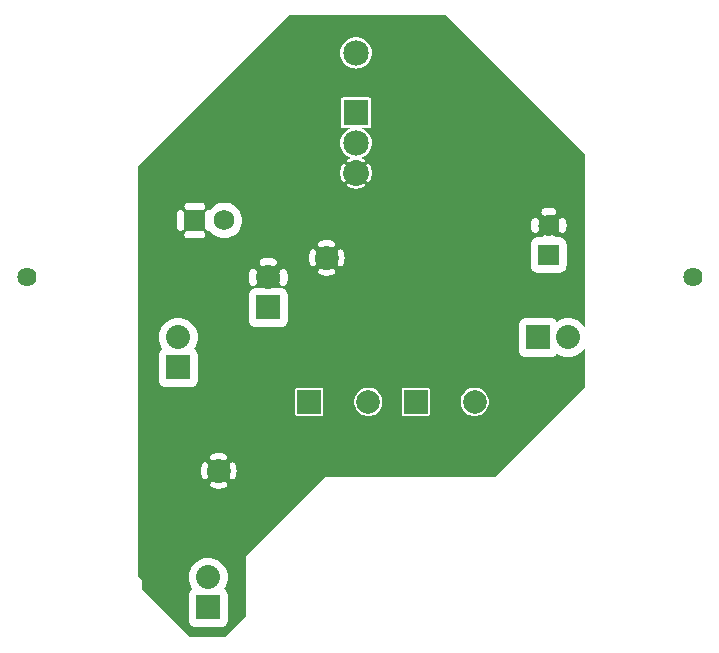
<source format=gbl>
G04 start of page 2 for group 10 layer_idx 1 *
G04 Title: (unknown), bottom_copper *
G04 Creator: pcb-rnd 2.3.2 *
G04 CreationDate: 2021-05-12 18:23:49 UTC *
G04 For:  *
G04 Format: Gerber/RS-274X *
G04 PCB-Dimensions: 500000 500000 *
G04 PCB-Coordinate-Origin: lower left *
%MOIN*%
%FSLAX25Y25*%
%LNBOTTOM_COPPER_NONE_10*%
%ADD34C,0.0430*%
%ADD33C,0.0276*%
%ADD32C,0.0295*%
%ADD31C,0.0394*%
%ADD30C,0.0315*%
%ADD29C,0.0850*%
%ADD28C,0.0689*%
%ADD27C,0.0787*%
%ADD26C,0.0800*%
%ADD25C,0.0640*%
%ADD24C,0.0001*%
G54D24*G36*
X199290Y342610D02*X199392Y342491D01*
X199511Y342389D01*
X199646Y342306D01*
X199791Y342246D01*
X199944Y342209D01*
X200101Y342197D01*
X200140Y342200D01*
X202241D01*
X201860Y342042D01*
X201156Y341611D01*
X200527Y341074D01*
X199991Y340445D01*
X199559Y339741D01*
X199261Y339023D01*
Y342657D01*
X199290Y342610D01*
G37*
G36*
X208398Y328282D02*X208464Y327912D01*
X208497Y327538D01*
Y327162D01*
X208464Y326788D01*
X208398Y326418D01*
X208335Y326189D01*
Y328512D01*
X208398Y328282D01*
G37*
G36*
X268902Y266000D02*X269000Y265992D01*
X269392Y266023D01*
X269392Y266023D01*
X269775Y266115D01*
X270138Y266266D01*
X270474Y266471D01*
X270773Y266727D01*
X271029Y267026D01*
X271157Y267235D01*
X271168Y267225D01*
X272040Y266691D01*
X272985Y266299D01*
X273980Y266060D01*
X275000Y265980D01*
X276020Y266060D01*
X277015Y266299D01*
X277960Y266691D01*
X278832Y267225D01*
X279610Y267890D01*
X280275Y268668D01*
X280500Y269035D01*
Y256000D01*
X268500Y244000D01*
Y266000D01*
X268902D01*
G37*
G36*
X280500Y333500D02*Y275965D01*
X280275Y276332D01*
X279610Y277110D01*
X278832Y277775D01*
X277960Y278309D01*
X277015Y278701D01*
X276020Y278940D01*
X275000Y279020D01*
X273980Y278940D01*
X273117Y278733D01*
Y294341D01*
X273419Y294526D01*
X273718Y294782D01*
X273974Y295081D01*
X274179Y295417D01*
X274330Y295780D01*
X274422Y296163D01*
X274453Y296555D01*
X274445Y296653D01*
Y303347D01*
X274453Y303445D01*
X274422Y303837D01*
X274422Y303837D01*
X274330Y304220D01*
X274179Y304583D01*
X273974Y304919D01*
X273718Y305218D01*
X273419Y305474D01*
X273117Y305659D01*
Y307416D01*
X273122Y307416D01*
X273317Y307444D01*
X273505Y307501D01*
X273682Y307588D01*
X273843Y307700D01*
X273985Y307837D01*
X274103Y307994D01*
X274195Y308168D01*
X274256Y308355D01*
X274384Y308943D01*
X274445Y309542D01*
Y310143D01*
X274384Y310742D01*
X274263Y311332D01*
X274200Y311519D01*
X274107Y311693D01*
X273988Y311851D01*
X273846Y311988D01*
X273684Y312101D01*
X273507Y312188D01*
X273318Y312246D01*
X273123Y312273D01*
X273117Y312273D01*
Y340883D01*
X280500Y333500D01*
G37*
G36*
X272985Y278701D02*X272040Y278309D01*
X271168Y277775D01*
X271157Y277765D01*
X271029Y277974D01*
X270773Y278273D01*
X270474Y278529D01*
X270138Y278734D01*
X269775Y278885D01*
X269392Y278977D01*
X269000Y279008D01*
X268902Y279000D01*
X268500D01*
Y294055D01*
X271847D01*
X271945Y294047D01*
X272337Y294078D01*
X272337Y294078D01*
X272720Y294170D01*
X273083Y294321D01*
X273117Y294341D01*
Y278733D01*
X272985Y278701D01*
G37*
G36*
X273117Y340883D02*Y312273D01*
X272925Y312270D01*
X272731Y312236D01*
X272544Y312171D01*
X272370Y312079D01*
X272212Y311960D01*
X272075Y311818D01*
X271961Y311656D01*
X271875Y311479D01*
X271817Y311290D01*
X271790Y311094D01*
X271793Y310897D01*
X271831Y310703D01*
X271905Y310363D01*
X271940Y310017D01*
Y309668D01*
X271905Y309322D01*
X271835Y308981D01*
X271797Y308788D01*
X271794Y308591D01*
X271821Y308396D01*
X271879Y308208D01*
X271965Y308031D01*
X272078Y307870D01*
X272215Y307729D01*
X272372Y307610D01*
X272546Y307518D01*
X272732Y307454D01*
X272926Y307420D01*
X273117Y307416D01*
Y305659D01*
X273083Y305679D01*
X272720Y305830D01*
X272337Y305922D01*
X271945Y305953D01*
X271847Y305945D01*
X270751D01*
X270736Y305973D01*
X270617Y306131D01*
X270475Y306268D01*
X270314Y306381D01*
X270136Y306468D01*
X269947Y306525D01*
X269752Y306553D01*
X269554Y306549D01*
X269361Y306511D01*
X269021Y306437D01*
X268674Y306402D01*
X268500D01*
Y313283D01*
X268674D01*
X269021Y313248D01*
X269362Y313178D01*
X269555Y313140D01*
X269751Y313137D01*
X269946Y313164D01*
X270134Y313222D01*
X270311Y313308D01*
X270472Y313421D01*
X270614Y313557D01*
X270732Y313715D01*
X270825Y313888D01*
X270889Y314074D01*
X270923Y314268D01*
X270926Y314465D01*
X270899Y314660D01*
X270841Y314848D01*
X270755Y315025D01*
X270642Y315186D01*
X270505Y315327D01*
X270348Y315446D01*
X270175Y315538D01*
X269988Y315598D01*
X269400Y315727D01*
X268801Y315787D01*
X268500D01*
Y345500D01*
X273117Y340883D01*
G37*
G36*
X268500Y266000D02*Y244000D01*
X263883Y239383D01*
Y266000D01*
X268500D01*
G37*
G36*
X263917Y294321D02*X264280Y294170D01*
X264663Y294078D01*
X265055Y294047D01*
X265153Y294055D01*
X268500D01*
Y279000D01*
X263883D01*
Y294341D01*
X263917Y294321D01*
G37*
G36*
X268500Y345500D02*Y315787D01*
X268199D01*
X267600Y315727D01*
X267011Y315606D01*
X266824Y315542D01*
X266649Y315449D01*
X266492Y315331D01*
X266354Y315189D01*
X266241Y315027D01*
X266155Y314849D01*
X266097Y314661D01*
X266069Y314465D01*
X266073Y314268D01*
X266107Y314073D01*
X266171Y313887D01*
X266264Y313712D01*
X266383Y313554D01*
X266525Y313417D01*
X266686Y313304D01*
X266864Y313217D01*
X267053Y313160D01*
X267248Y313132D01*
X267446Y313136D01*
X267639Y313174D01*
X267979Y313248D01*
X268326Y313283D01*
X268500D01*
Y306402D01*
X268326D01*
X267979Y306437D01*
X267638Y306507D01*
X267445Y306545D01*
X267249Y306548D01*
X267054Y306521D01*
X266866Y306464D01*
X266689Y306377D01*
X266528Y306264D01*
X266386Y306128D01*
X266268Y305970D01*
X266254Y305945D01*
X265153D01*
X265055Y305953D01*
X264663Y305922D01*
X264663Y305922D01*
X264280Y305830D01*
X263917Y305679D01*
X263883Y305659D01*
Y307412D01*
X264075Y307415D01*
X264269Y307450D01*
X264456Y307514D01*
X264630Y307606D01*
X264788Y307725D01*
X264925Y307867D01*
X265039Y308029D01*
X265125Y308206D01*
X265183Y308395D01*
X265210Y308591D01*
X265207Y308788D01*
X265169Y308982D01*
X265095Y309322D01*
X265060Y309668D01*
Y310017D01*
X265095Y310363D01*
X265165Y310704D01*
X265203Y310897D01*
X265206Y311094D01*
X265179Y311289D01*
X265121Y311477D01*
X265035Y311654D01*
X264922Y311815D01*
X264785Y311956D01*
X264628Y312075D01*
X264454Y312167D01*
X264268Y312231D01*
X264074Y312265D01*
X263883Y312269D01*
Y350117D01*
X268500Y345500D01*
G37*
G36*
X263883Y350117D02*Y312269D01*
X263878Y312269D01*
X263683Y312241D01*
X263495Y312184D01*
X263318Y312098D01*
X263157Y311985D01*
X263015Y311848D01*
X262897Y311691D01*
X262805Y311517D01*
X262744Y311330D01*
X262616Y310742D01*
X262555Y310143D01*
Y309542D01*
X262616Y308943D01*
X262737Y308353D01*
X262800Y308166D01*
X262893Y307992D01*
X263012Y307834D01*
X263154Y307697D01*
X263316Y307584D01*
X263493Y307497D01*
X263682Y307439D01*
X263877Y307412D01*
X263883Y307412D01*
Y305659D01*
X263581Y305474D01*
X263282Y305218D01*
X263026Y304919D01*
X262821Y304583D01*
X262670Y304220D01*
X262578Y303837D01*
X262547Y303445D01*
X262555Y303347D01*
Y296653D01*
X262547Y296555D01*
X262578Y296163D01*
X262578Y296163D01*
X262670Y295780D01*
X262821Y295417D01*
X263026Y295081D01*
X263282Y294782D01*
X263581Y294526D01*
X263883Y294341D01*
Y279000D01*
X261098D01*
X261000Y279008D01*
X260608Y278977D01*
X260608Y278977D01*
X260225Y278885D01*
X259862Y278734D01*
X259526Y278529D01*
X259227Y278273D01*
X258971Y277974D01*
X258766Y277638D01*
X258615Y277275D01*
X258523Y276892D01*
X258492Y276500D01*
X258500Y276402D01*
Y268598D01*
X258492Y268500D01*
X258523Y268108D01*
X258523Y268108D01*
X258615Y267725D01*
X258766Y267362D01*
X258971Y267026D01*
X259227Y266727D01*
X259526Y266471D01*
X259862Y266266D01*
X260225Y266115D01*
X260608Y266023D01*
X261000Y265992D01*
X261098Y266000D01*
X263883D01*
Y239383D01*
X250500Y226000D01*
X243835D01*
Y246262D01*
X243843Y246261D01*
X244584Y246319D01*
X245307Y246493D01*
X245994Y246778D01*
X246628Y247166D01*
X247193Y247649D01*
X247676Y248214D01*
X248065Y248849D01*
X248350Y249536D01*
X248523Y250259D01*
X248567Y251000D01*
X248523Y251741D01*
X248350Y252464D01*
X248065Y253151D01*
X247676Y253786D01*
X247193Y254351D01*
X246628Y254834D01*
X245994Y255222D01*
X245307Y255507D01*
X244584Y255681D01*
X243843Y255739D01*
X243835Y255738D01*
Y370165D01*
X263883Y350117D01*
G37*
G36*
X234000Y380000D02*X243835Y370165D01*
Y255738D01*
X243101Y255681D01*
X242378Y255507D01*
X241691Y255222D01*
X241057Y254834D01*
X240492Y254351D01*
X240009Y253786D01*
X239620Y253151D01*
X239335Y252464D01*
X239162Y251741D01*
X239104Y251000D01*
X239162Y250259D01*
X239335Y249536D01*
X239620Y248849D01*
X240009Y248214D01*
X240492Y247649D01*
X241057Y247166D01*
X241691Y246778D01*
X242378Y246493D01*
X243101Y246319D01*
X243835Y246262D01*
Y226000D01*
X224157D01*
Y246276D01*
X228064D01*
X228094Y246273D01*
X228218Y246283D01*
X228218Y246283D01*
X228339Y246312D01*
X228453Y246359D01*
X228559Y246424D01*
X228653Y246504D01*
X228733Y246599D01*
X228798Y246704D01*
X228846Y246819D01*
X228875Y246939D01*
X228884Y247063D01*
X228882Y247094D01*
Y254906D01*
X228884Y254937D01*
X228875Y255060D01*
X228875Y255061D01*
X228846Y255181D01*
X228798Y255296D01*
X228733Y255401D01*
X228653Y255496D01*
X228559Y255576D01*
X228453Y255641D01*
X228339Y255688D01*
X228218Y255717D01*
X228094Y255727D01*
X228064Y255724D01*
X224157D01*
Y380000D01*
X234000D01*
G37*
G36*
X224157D02*Y255724D01*
X220251D01*
X220220Y255727D01*
X220097Y255717D01*
X220097Y255717D01*
X219976Y255688D01*
X219862Y255641D01*
X219756Y255576D01*
X219662Y255496D01*
X219581Y255401D01*
X219517Y255296D01*
X219469Y255181D01*
X219440Y255061D01*
X219431Y254937D01*
X219433Y254906D01*
Y247094D01*
X219431Y247063D01*
X219440Y246940D01*
X219440Y246939D01*
X219469Y246819D01*
X219517Y246704D01*
X219581Y246599D01*
X219662Y246504D01*
X219756Y246424D01*
X219862Y246359D01*
X219976Y246312D01*
X220097Y246283D01*
X220220Y246273D01*
X220251Y246276D01*
X224157D01*
Y226000D01*
X208335D01*
Y246262D01*
X208343Y246261D01*
X209084Y246319D01*
X209807Y246493D01*
X210494Y246778D01*
X211128Y247166D01*
X211693Y247649D01*
X212176Y248214D01*
X212565Y248849D01*
X212850Y249536D01*
X213023Y250259D01*
X213067Y251000D01*
X213023Y251741D01*
X212850Y252464D01*
X212565Y253151D01*
X212176Y253786D01*
X211693Y254351D01*
X211128Y254834D01*
X210494Y255222D01*
X209807Y255507D01*
X209084Y255681D01*
X208343Y255739D01*
X208335Y255738D01*
Y324276D01*
X208342Y324277D01*
X208418Y324299D01*
X208489Y324333D01*
X208554Y324378D01*
X208611Y324432D01*
X208657Y324496D01*
X208897Y324893D01*
X209095Y325313D01*
X209256Y325749D01*
X209378Y326198D01*
X209460Y326655D01*
X209501Y327118D01*
Y327582D01*
X209460Y328045D01*
X209378Y328503D01*
X209256Y328951D01*
X209095Y329387D01*
X208897Y329807D01*
X208661Y330207D01*
X208614Y330271D01*
X208556Y330325D01*
X208491Y330370D01*
X208419Y330405D01*
X208343Y330427D01*
X208335Y330428D01*
Y334048D01*
X208511Y334255D01*
X208943Y334959D01*
X209259Y335723D01*
X209452Y336526D01*
X209501Y337350D01*
X209452Y338174D01*
X209259Y338977D01*
X208943Y339741D01*
X208511Y340445D01*
X208335Y340652D01*
Y342200D01*
X208362D01*
X208401Y342197D01*
X208558Y342209D01*
X208558Y342209D01*
X208711Y342246D01*
X208856Y342306D01*
X208991Y342389D01*
X209110Y342491D01*
X209213Y342610D01*
X209295Y342745D01*
X209355Y342890D01*
X209392Y343043D01*
X209404Y343200D01*
X209401Y343239D01*
Y351461D01*
X209404Y351500D01*
X209392Y351657D01*
X209392Y351657D01*
X209355Y351810D01*
X209295Y351955D01*
X209213Y352090D01*
X209110Y352209D01*
X208991Y352312D01*
X208856Y352394D01*
X208711Y352454D01*
X208558Y352491D01*
X208401Y352503D01*
X208362Y352500D01*
X208335D01*
Y364048D01*
X208511Y364255D01*
X208943Y364959D01*
X209259Y365723D01*
X209452Y366526D01*
X209501Y367350D01*
X209452Y368174D01*
X209259Y368977D01*
X208943Y369741D01*
X208511Y370445D01*
X208335Y370652D01*
Y380000D01*
X224157D01*
G37*
G36*
X200140Y352500D02*X200101Y352503D01*
X199944Y352491D01*
X199944Y352491D01*
X199791Y352454D01*
X199646Y352394D01*
X199511Y352312D01*
X199392Y352209D01*
X199290Y352090D01*
X199261Y352044D01*
Y365678D01*
X199559Y364959D01*
X199991Y364255D01*
X200527Y363626D01*
X201156Y363090D01*
X201860Y362658D01*
X202624Y362342D01*
X203427Y362149D01*
X204251Y362084D01*
X205075Y362149D01*
X205878Y362342D01*
X206642Y362658D01*
X207346Y363090D01*
X207975Y363626D01*
X208335Y364048D01*
Y352500D01*
X200140D01*
G37*
G36*
X207975Y341074D02*X207346Y341611D01*
X206642Y342042D01*
X206261Y342200D01*
X208335D01*
Y340652D01*
X207975Y341074D01*
G37*
G36*
X204439Y331596D02*X204813Y331563D01*
X205183Y331497D01*
X205546Y331398D01*
X205898Y331268D01*
X206238Y331107D01*
X206562Y330917D01*
X206630Y330878D01*
X206704Y330852D01*
X206782Y330838D01*
X206861Y330836D01*
X206939Y330846D01*
X207014Y330869D01*
X207085Y330903D01*
X207150Y330947D01*
X207207Y331001D01*
X207255Y331064D01*
X207292Y331133D01*
X207318Y331207D01*
X207333Y331285D01*
X207335Y331363D01*
X207324Y331441D01*
X207302Y331517D01*
X207268Y331588D01*
X207223Y331653D01*
X207169Y331710D01*
X207106Y331756D01*
X206708Y331996D01*
X206288Y332194D01*
X205884Y332344D01*
X206642Y332658D01*
X207346Y333090D01*
X207975Y333626D01*
X208335Y334048D01*
Y330428D01*
X208265Y330438D01*
X208185Y330436D01*
X208107Y330421D01*
X208032Y330395D01*
X207963Y330357D01*
X207900Y330309D01*
X207845Y330251D01*
X207800Y330186D01*
X207766Y330115D01*
X207743Y330038D01*
X207733Y329960D01*
X207735Y329880D01*
X207749Y329802D01*
X207775Y329728D01*
X207814Y329659D01*
X208008Y329337D01*
X208169Y328997D01*
X208299Y328645D01*
X208335Y328512D01*
Y326189D01*
X208299Y326055D01*
X208169Y325703D01*
X208008Y325363D01*
X207818Y325039D01*
X207779Y324971D01*
X207753Y324897D01*
X207739Y324819D01*
X207737Y324741D01*
X207747Y324663D01*
X207770Y324587D01*
X207803Y324516D01*
X207848Y324451D01*
X207902Y324394D01*
X207965Y324346D01*
X208034Y324309D01*
X208108Y324283D01*
X208186Y324269D01*
X208264Y324267D01*
X208335Y324276D01*
Y255738D01*
X207601Y255681D01*
X206878Y255507D01*
X206191Y255222D01*
X205557Y254834D01*
X204992Y254351D01*
X204509Y253786D01*
X204253Y253369D01*
Y322100D01*
X204483D01*
X204946Y322141D01*
X205404Y322223D01*
X205852Y322345D01*
X206288Y322506D01*
X206708Y322704D01*
X207108Y322940D01*
X207172Y322987D01*
X207226Y323045D01*
X207271Y323110D01*
X207306Y323182D01*
X207328Y323258D01*
X207339Y323337D01*
X207337Y323416D01*
X207322Y323494D01*
X207296Y323569D01*
X207258Y323639D01*
X207210Y323702D01*
X207152Y323756D01*
X207087Y323801D01*
X207016Y323836D01*
X206939Y323858D01*
X206861Y323869D01*
X206781Y323867D01*
X206703Y323852D01*
X206629Y323826D01*
X206560Y323787D01*
X206238Y323593D01*
X205898Y323432D01*
X205546Y323302D01*
X205183Y323204D01*
X204813Y323137D01*
X204439Y323104D01*
X204253D01*
Y331596D01*
X204439D01*
G37*
G36*
X204253Y226000D02*Y248631D01*
X204509Y248214D01*
X204992Y247649D01*
X205557Y247166D01*
X206191Y246778D01*
X206878Y246493D01*
X207601Y246319D01*
X208335Y246262D01*
Y226000D01*
X204253D01*
G37*
G36*
X199261D02*Y296183D01*
X199331Y296195D01*
X199480Y296246D01*
X199619Y296319D01*
X199745Y296413D01*
X199855Y296525D01*
X199946Y296654D01*
X200013Y296796D01*
X200204Y297328D01*
X200337Y297877D01*
X200417Y298436D01*
X200444Y299000D01*
X200417Y299564D01*
X200337Y300123D01*
X200204Y300672D01*
X200019Y301206D01*
X199950Y301348D01*
X199858Y301477D01*
X199748Y301591D01*
X199621Y301685D01*
X199481Y301759D01*
X199332Y301809D01*
X199261Y301821D01*
Y325707D01*
X199407Y325313D01*
X199605Y324893D01*
X199841Y324493D01*
X199888Y324429D01*
X199946Y324375D01*
X200011Y324330D01*
X200083Y324295D01*
X200159Y324273D01*
X200238Y324262D01*
X200317Y324264D01*
X200395Y324279D01*
X200470Y324305D01*
X200540Y324343D01*
X200603Y324391D01*
X200657Y324449D01*
X200702Y324514D01*
X200736Y324586D01*
X200759Y324662D01*
X200770Y324740D01*
X200768Y324820D01*
X200753Y324898D01*
X200727Y324973D01*
X200688Y325041D01*
X200494Y325363D01*
X200333Y325703D01*
X200203Y326055D01*
X200105Y326418D01*
X200038Y326788D01*
X200005Y327162D01*
Y327538D01*
X200038Y327912D01*
X200105Y328282D01*
X200203Y328645D01*
X200333Y328997D01*
X200494Y329337D01*
X200684Y329661D01*
X200723Y329729D01*
X200749Y329803D01*
X200763Y329881D01*
X200765Y329960D01*
X200755Y330038D01*
X200733Y330113D01*
X200699Y330184D01*
X200654Y330249D01*
X200600Y330306D01*
X200537Y330354D01*
X200468Y330391D01*
X200394Y330417D01*
X200316Y330432D01*
X200238Y330434D01*
X200160Y330423D01*
X200084Y330401D01*
X200013Y330367D01*
X199949Y330322D01*
X199891Y330268D01*
X199845Y330205D01*
X199605Y329807D01*
X199407Y329387D01*
X199261Y328993D01*
Y335678D01*
X199559Y334959D01*
X199991Y334255D01*
X200527Y333626D01*
X201156Y333090D01*
X201860Y332658D01*
X202619Y332344D01*
X202214Y332194D01*
X201794Y331996D01*
X201394Y331761D01*
X201330Y331713D01*
X201276Y331655D01*
X201231Y331590D01*
X201196Y331518D01*
X201174Y331442D01*
X201163Y331364D01*
X201165Y331284D01*
X201180Y331206D01*
X201206Y331131D01*
X201244Y331062D01*
X201292Y330999D01*
X201350Y330944D01*
X201415Y330899D01*
X201487Y330865D01*
X201563Y330842D01*
X201641Y330832D01*
X201721Y330834D01*
X201799Y330848D01*
X201874Y330874D01*
X201942Y330913D01*
X202264Y331107D01*
X202604Y331268D01*
X202956Y331398D01*
X203319Y331497D01*
X203689Y331563D01*
X204063Y331596D01*
X204253D01*
Y323104D01*
X204063D01*
X203689Y323137D01*
X203319Y323204D01*
X202956Y323302D01*
X202604Y323432D01*
X202264Y323593D01*
X201940Y323783D01*
X201872Y323822D01*
X201798Y323848D01*
X201720Y323862D01*
X201642Y323864D01*
X201564Y323854D01*
X201488Y323832D01*
X201417Y323798D01*
X201352Y323753D01*
X201295Y323699D01*
X201247Y323636D01*
X201210Y323567D01*
X201184Y323493D01*
X201170Y323415D01*
X201168Y323337D01*
X201178Y323259D01*
X201200Y323183D01*
X201234Y323112D01*
X201279Y323048D01*
X201333Y322991D01*
X201396Y322944D01*
X201794Y322704D01*
X202214Y322506D01*
X202650Y322345D01*
X203099Y322223D01*
X203556Y322141D01*
X204019Y322100D01*
X204253D01*
Y253369D01*
X204120Y253151D01*
X203835Y252464D01*
X203662Y251741D01*
X203604Y251000D01*
X203662Y250259D01*
X203835Y249536D01*
X204120Y248849D01*
X204253Y248631D01*
Y226000D01*
X199261D01*
G37*
G36*
X208335Y380000D02*Y370652D01*
X207975Y371074D01*
X207346Y371611D01*
X206642Y372042D01*
X205878Y372359D01*
X205075Y372551D01*
X204251Y372616D01*
X203427Y372551D01*
X202624Y372359D01*
X201860Y372042D01*
X201156Y371611D01*
X200527Y371074D01*
X199991Y370445D01*
X199559Y369741D01*
X199261Y369023D01*
Y380000D01*
X208335D01*
G37*
G36*
X199261D02*Y369023D01*
X199243Y368977D01*
X199050Y368174D01*
X198985Y367350D01*
X199050Y366526D01*
X199243Y365723D01*
X199261Y365678D01*
Y352044D01*
X199207Y351955D01*
X199147Y351810D01*
X199110Y351657D01*
X199098Y351500D01*
X199101Y351461D01*
Y343239D01*
X199098Y343200D01*
X199110Y343043D01*
X199110Y343043D01*
X199147Y342890D01*
X199207Y342745D01*
X199261Y342657D01*
Y339023D01*
X199243Y338977D01*
X199050Y338174D01*
X198985Y337350D01*
X199050Y336526D01*
X199243Y335723D01*
X199261Y335678D01*
Y328993D01*
X199246Y328951D01*
X199124Y328503D01*
X199042Y328045D01*
X199001Y327582D01*
Y327118D01*
X199042Y326655D01*
X199124Y326198D01*
X199246Y325749D01*
X199261Y325707D01*
Y301821D01*
X199176Y301836D01*
X199018Y301838D01*
X198861Y301815D01*
X198710Y301768D01*
X198569Y301698D01*
X198439Y301607D01*
X198326Y301496D01*
X198232Y301370D01*
X198158Y301230D01*
X198108Y301080D01*
X198081Y300924D01*
X198079Y300766D01*
X198102Y300610D01*
X198152Y300460D01*
X198278Y300108D01*
X198366Y299744D01*
X198419Y299374D01*
X198437Y299000D01*
X198419Y298626D01*
X198366Y298256D01*
X198278Y297892D01*
X198156Y297539D01*
X198106Y297389D01*
X198083Y297234D01*
X198085Y297076D01*
X198112Y296921D01*
X198162Y296772D01*
X198236Y296633D01*
X198330Y296507D01*
X198442Y296397D01*
X198571Y296306D01*
X198712Y296236D01*
X198862Y296189D01*
X199018Y296167D01*
X199175Y296168D01*
X199261Y296183D01*
Y226000D01*
X194502D01*
Y293056D01*
X195064Y293083D01*
X195623Y293163D01*
X196172Y293296D01*
X196706Y293481D01*
X196848Y293550D01*
X196977Y293642D01*
X197091Y293752D01*
X197185Y293879D01*
X197259Y294019D01*
X197309Y294168D01*
X197336Y294324D01*
X197338Y294482D01*
X197315Y294639D01*
X197268Y294790D01*
X197198Y294931D01*
X197107Y295061D01*
X196996Y295174D01*
X196870Y295268D01*
X196730Y295342D01*
X196580Y295392D01*
X196424Y295419D01*
X196266Y295421D01*
X196110Y295398D01*
X195960Y295348D01*
X195608Y295222D01*
X195244Y295134D01*
X194874Y295081D01*
X194502Y295063D01*
Y302937D01*
X194874Y302919D01*
X195244Y302866D01*
X195608Y302778D01*
X195961Y302656D01*
X196111Y302606D01*
X196266Y302583D01*
X196424Y302585D01*
X196579Y302612D01*
X196728Y302662D01*
X196867Y302736D01*
X196993Y302830D01*
X197103Y302942D01*
X197194Y303071D01*
X197264Y303212D01*
X197311Y303362D01*
X197333Y303518D01*
X197332Y303675D01*
X197305Y303831D01*
X197254Y303980D01*
X197181Y304119D01*
X197087Y304245D01*
X196975Y304355D01*
X196846Y304446D01*
X196704Y304513D01*
X196172Y304704D01*
X195623Y304837D01*
X195064Y304917D01*
X194502Y304944D01*
Y380000D01*
X199261D01*
G37*
G36*
X194502D02*Y304944D01*
X194500Y304944D01*
X193936Y304917D01*
X193377Y304837D01*
X192828Y304704D01*
X192294Y304519D01*
X192152Y304450D01*
X192023Y304358D01*
X191909Y304248D01*
X191815Y304121D01*
X191741Y303981D01*
X191691Y303832D01*
X191664Y303676D01*
X191662Y303518D01*
X191685Y303361D01*
X191732Y303210D01*
X191802Y303069D01*
X191893Y302939D01*
X192004Y302826D01*
X192130Y302732D01*
X192270Y302658D01*
X192420Y302608D01*
X192576Y302581D01*
X192734Y302579D01*
X192890Y302602D01*
X193040Y302652D01*
X193392Y302778D01*
X193756Y302866D01*
X194126Y302919D01*
X194500Y302937D01*
X194502Y302937D01*
Y295063D01*
X194500Y295063D01*
X194126Y295081D01*
X193756Y295134D01*
X193392Y295222D01*
X193039Y295344D01*
X192889Y295394D01*
X192734Y295417D01*
X192576Y295415D01*
X192421Y295388D01*
X192272Y295338D01*
X192133Y295264D01*
X192007Y295170D01*
X191897Y295058D01*
X191806Y294929D01*
X191736Y294788D01*
X191689Y294638D01*
X191667Y294482D01*
X191668Y294325D01*
X191695Y294169D01*
X191746Y294020D01*
X191819Y293881D01*
X191913Y293755D01*
X192025Y293645D01*
X192154Y293554D01*
X192296Y293487D01*
X192828Y293296D01*
X193377Y293163D01*
X193936Y293083D01*
X194500Y293056D01*
X194502Y293056D01*
Y226000D01*
X194000D01*
X189739Y221739D01*
Y246276D01*
X192564D01*
X192594Y246273D01*
X192718Y246283D01*
X192718Y246283D01*
X192839Y246312D01*
X192953Y246359D01*
X193059Y246424D01*
X193153Y246504D01*
X193233Y246599D01*
X193298Y246704D01*
X193346Y246819D01*
X193375Y246939D01*
X193384Y247063D01*
X193382Y247094D01*
Y254906D01*
X193384Y254937D01*
X193375Y255060D01*
X193375Y255061D01*
X193346Y255181D01*
X193298Y255296D01*
X193233Y255401D01*
X193153Y255496D01*
X193059Y255576D01*
X192953Y255641D01*
X192839Y255688D01*
X192718Y255717D01*
X192594Y255727D01*
X192564Y255724D01*
X189739D01*
Y296179D01*
X189824Y296164D01*
X189982Y296162D01*
X190139Y296185D01*
X190290Y296232D01*
X190431Y296302D01*
X190561Y296393D01*
X190674Y296504D01*
X190768Y296630D01*
X190842Y296770D01*
X190892Y296920D01*
X190919Y297076D01*
X190921Y297234D01*
X190898Y297390D01*
X190848Y297540D01*
X190722Y297892D01*
X190634Y298256D01*
X190581Y298626D01*
X190563Y299000D01*
X190581Y299374D01*
X190634Y299744D01*
X190722Y300108D01*
X190844Y300461D01*
X190894Y300611D01*
X190917Y300766D01*
X190915Y300924D01*
X190888Y301079D01*
X190838Y301228D01*
X190764Y301367D01*
X190670Y301493D01*
X190558Y301603D01*
X190429Y301694D01*
X190288Y301764D01*
X190138Y301811D01*
X189982Y301833D01*
X189825Y301832D01*
X189739Y301817D01*
Y380000D01*
X194502D01*
G37*
G36*
X182000D02*X189739D01*
Y301817D01*
X189669Y301805D01*
X189520Y301754D01*
X189381Y301681D01*
X189255Y301587D01*
X189145Y301475D01*
X189054Y301346D01*
X188987Y301204D01*
X188796Y300672D01*
X188663Y300123D01*
X188583Y299564D01*
X188556Y299000D01*
X188583Y298436D01*
X188663Y297877D01*
X188796Y297328D01*
X188981Y296794D01*
X189050Y296652D01*
X189142Y296523D01*
X189252Y296409D01*
X189379Y296315D01*
X189519Y296241D01*
X189668Y296191D01*
X189739Y296179D01*
Y255724D01*
X184751D01*
X184720Y255727D01*
X184597Y255717D01*
X184597Y255717D01*
X184476Y255688D01*
X184362Y255641D01*
X184256Y255576D01*
X184162Y255496D01*
X184081Y255401D01*
X184017Y255296D01*
X183969Y255181D01*
X183940Y255061D01*
X183931Y254937D01*
X183933Y254906D01*
Y247094D01*
X183931Y247063D01*
X183940Y246940D01*
X183940Y246939D01*
X183969Y246819D01*
X184017Y246704D01*
X184081Y246599D01*
X184162Y246504D01*
X184256Y246424D01*
X184362Y246359D01*
X184476Y246312D01*
X184597Y246283D01*
X184720Y246273D01*
X184751Y246276D01*
X189739D01*
Y221739D01*
X180122Y212122D01*
Y276259D01*
X180138Y276266D01*
X180474Y276471D01*
X180773Y276727D01*
X181029Y277026D01*
X181234Y277362D01*
X181385Y277725D01*
X181477Y278108D01*
X181508Y278500D01*
X181500Y278598D01*
Y286402D01*
X181508Y286500D01*
X181477Y286892D01*
X181477Y286892D01*
X181385Y287275D01*
X181234Y287638D01*
X181029Y287974D01*
X180773Y288273D01*
X180474Y288529D01*
X180138Y288734D01*
X180122Y288741D01*
Y289658D01*
X180203Y289665D01*
X180394Y289712D01*
X180576Y289788D01*
X180743Y289892D01*
X180892Y290020D01*
X181019Y290170D01*
X181121Y290339D01*
X181192Y290522D01*
X181348Y291075D01*
X181449Y291640D01*
X181500Y292213D01*
Y292787D01*
X181449Y293360D01*
X181348Y293925D01*
X181198Y294480D01*
X181125Y294663D01*
X181022Y294832D01*
X180895Y294983D01*
X180745Y295111D01*
X180578Y295215D01*
X180396Y295292D01*
X180204Y295339D01*
X180122Y295346D01*
Y378122D01*
X182000Y380000D01*
G37*
G36*
X178902Y276000D02*X179000Y275992D01*
X179392Y276023D01*
X179392Y276023D01*
X179775Y276115D01*
X180122Y276259D01*
Y212122D01*
X174998Y206998D01*
Y276000D01*
X178902D01*
G37*
G36*
X180122Y378122D02*Y295346D01*
X180007Y295355D01*
X179810Y295341D01*
X179618Y295296D01*
X179436Y295221D01*
X179267Y295119D01*
X179116Y294991D01*
X178987Y294842D01*
X178883Y294674D01*
X178807Y294492D01*
X178760Y294301D01*
X178743Y294104D01*
X178758Y293907D01*
X178807Y293716D01*
X178903Y293376D01*
X178965Y293029D01*
X178996Y292677D01*
Y292323D01*
X178965Y291971D01*
X178903Y291624D01*
X178810Y291283D01*
X178762Y291092D01*
X178747Y290896D01*
X178764Y290700D01*
X178810Y290509D01*
X178887Y290328D01*
X178990Y290160D01*
X179119Y290011D01*
X179269Y289884D01*
X179437Y289782D01*
X179619Y289708D01*
X179811Y289663D01*
X180007Y289649D01*
X180122Y289658D01*
Y288741D01*
X179775Y288885D01*
X179392Y288977D01*
X179000Y289008D01*
X178902Y289000D01*
X174998D01*
Y296496D01*
X175177D01*
X175529Y296465D01*
X175876Y296403D01*
X176217Y296310D01*
X176408Y296262D01*
X176604Y296247D01*
X176800Y296264D01*
X176991Y296310D01*
X177172Y296387D01*
X177340Y296490D01*
X177489Y296619D01*
X177616Y296769D01*
X177718Y296937D01*
X177792Y297119D01*
X177837Y297311D01*
X177851Y297507D01*
X177835Y297703D01*
X177788Y297894D01*
X177712Y298076D01*
X177608Y298243D01*
X177480Y298392D01*
X177330Y298519D01*
X177161Y298621D01*
X176978Y298692D01*
X176425Y298848D01*
X175860Y298949D01*
X175287Y299000D01*
X174998D01*
Y372998D01*
X180122Y378122D01*
G37*
G36*
X170225Y276115D02*X170608Y276023D01*
X171000Y275992D01*
X171098Y276000D01*
X174998D01*
Y206998D01*
X169878Y201878D01*
Y276259D01*
X170225Y276115D01*
G37*
G36*
X174998Y372998D02*Y299000D01*
X174713D01*
X174140Y298949D01*
X173575Y298848D01*
X173020Y298698D01*
X172837Y298625D01*
X172668Y298522D01*
X172517Y298395D01*
X172389Y298245D01*
X172285Y298078D01*
X172208Y297896D01*
X172161Y297704D01*
X172145Y297507D01*
X172159Y297310D01*
X172204Y297118D01*
X172279Y296936D01*
X172381Y296767D01*
X172509Y296616D01*
X172658Y296487D01*
X172826Y296383D01*
X173008Y296307D01*
X173199Y296260D01*
X173396Y296243D01*
X173593Y296258D01*
X173784Y296307D01*
X174124Y296403D01*
X174471Y296465D01*
X174823Y296496D01*
X174998D01*
Y289000D01*
X171098D01*
X171000Y289008D01*
X170608Y288977D01*
X170608Y288977D01*
X170225Y288885D01*
X169878Y288741D01*
Y289654D01*
X169993Y289645D01*
X170190Y289659D01*
X170382Y289704D01*
X170564Y289779D01*
X170733Y289881D01*
X170884Y290009D01*
X171013Y290158D01*
X171117Y290326D01*
X171193Y290508D01*
X171240Y290699D01*
X171257Y290896D01*
X171242Y291093D01*
X171193Y291284D01*
X171097Y291624D01*
X171035Y291971D01*
X171004Y292323D01*
Y292677D01*
X171035Y293029D01*
X171097Y293376D01*
X171190Y293717D01*
X171238Y293908D01*
X171253Y294104D01*
X171236Y294300D01*
X171190Y294491D01*
X171113Y294672D01*
X171010Y294840D01*
X170881Y294989D01*
X170731Y295116D01*
X170563Y295218D01*
X170381Y295292D01*
X170189Y295337D01*
X169993Y295351D01*
X169878Y295342D01*
Y367878D01*
X174998Y372998D01*
G37*
G36*
X169878Y367878D02*Y295342D01*
X169797Y295335D01*
X169606Y295288D01*
X169424Y295212D01*
X169257Y295108D01*
X169108Y294980D01*
X168981Y294830D01*
X168879Y294661D01*
X168808Y294478D01*
X168652Y293925D01*
X168551Y293360D01*
X168500Y292787D01*
Y292213D01*
X168551Y291640D01*
X168652Y291075D01*
X168802Y290520D01*
X168875Y290337D01*
X168978Y290168D01*
X169105Y290017D01*
X169255Y289889D01*
X169422Y289785D01*
X169604Y289708D01*
X169796Y289661D01*
X169878Y289654D01*
Y288741D01*
X169862Y288734D01*
X169526Y288529D01*
X169227Y288273D01*
X168971Y287974D01*
X168766Y287638D01*
X168615Y287275D01*
X168523Y286892D01*
X168492Y286500D01*
X168500Y286402D01*
Y278598D01*
X168492Y278500D01*
X168523Y278108D01*
X168523Y278108D01*
X168615Y277725D01*
X168766Y277362D01*
X168971Y277026D01*
X169227Y276727D01*
X169526Y276471D01*
X169862Y276266D01*
X169878Y276259D01*
Y201878D01*
X167500Y199500D01*
Y179500D01*
X163261Y175261D01*
Y225183D01*
X163331Y225195D01*
X163480Y225246D01*
X163619Y225319D01*
X163745Y225413D01*
X163855Y225525D01*
X163946Y225654D01*
X164013Y225796D01*
X164204Y226328D01*
X164337Y226877D01*
X164417Y227436D01*
X164444Y228000D01*
X164417Y228564D01*
X164337Y229123D01*
X164204Y229672D01*
X164019Y230206D01*
X163950Y230348D01*
X163858Y230477D01*
X163748Y230591D01*
X163621Y230685D01*
X163481Y230759D01*
X163332Y230809D01*
X163261Y230821D01*
Y306316D01*
X163848Y306676D01*
X164559Y307283D01*
X165167Y307995D01*
X165656Y308793D01*
X166014Y309657D01*
X166232Y310567D01*
X166287Y311500D01*
X166232Y312433D01*
X166014Y313343D01*
X165656Y314207D01*
X165167Y315005D01*
X164559Y315717D01*
X163848Y316324D01*
X163261Y316684D01*
Y361261D01*
X169878Y367878D01*
G37*
G36*
X160500Y172500D02*X158502D01*
Y176000D01*
X158902D01*
X159000Y175992D01*
X159392Y176023D01*
X159392Y176023D01*
X159775Y176115D01*
X160138Y176266D01*
X160474Y176471D01*
X160773Y176727D01*
X161029Y177026D01*
X161234Y177362D01*
X161385Y177725D01*
X161477Y178108D01*
X161508Y178500D01*
X161500Y178598D01*
Y186402D01*
X161508Y186500D01*
X161477Y186892D01*
X161477Y186892D01*
X161385Y187275D01*
X161234Y187638D01*
X161029Y187974D01*
X160773Y188273D01*
X160474Y188529D01*
X160265Y188657D01*
X160275Y188668D01*
X160809Y189540D01*
X161201Y190485D01*
X161440Y191480D01*
X161500Y192500D01*
X161440Y193520D01*
X161201Y194515D01*
X160809Y195460D01*
X160275Y196332D01*
X159610Y197110D01*
X158832Y197775D01*
X158502Y197977D01*
Y222056D01*
X159064Y222083D01*
X159623Y222163D01*
X160172Y222296D01*
X160706Y222481D01*
X160848Y222550D01*
X160977Y222642D01*
X161091Y222752D01*
X161185Y222879D01*
X161259Y223019D01*
X161309Y223168D01*
X161336Y223324D01*
X161338Y223482D01*
X161315Y223639D01*
X161268Y223790D01*
X161198Y223931D01*
X161107Y224061D01*
X160996Y224174D01*
X160870Y224268D01*
X160730Y224342D01*
X160580Y224392D01*
X160424Y224419D01*
X160266Y224421D01*
X160110Y224398D01*
X159960Y224348D01*
X159608Y224222D01*
X159244Y224134D01*
X158874Y224081D01*
X158502Y224063D01*
Y231937D01*
X158874Y231919D01*
X159244Y231866D01*
X159608Y231778D01*
X159961Y231656D01*
X160111Y231606D01*
X160266Y231583D01*
X160424Y231585D01*
X160579Y231612D01*
X160728Y231662D01*
X160867Y231736D01*
X160993Y231830D01*
X161103Y231942D01*
X161194Y232071D01*
X161264Y232212D01*
X161311Y232362D01*
X161333Y232518D01*
X161332Y232675D01*
X161305Y232831D01*
X161254Y232980D01*
X161181Y233119D01*
X161087Y233245D01*
X160975Y233355D01*
X160846Y233446D01*
X160704Y233513D01*
X160172Y233704D01*
X159623Y233837D01*
X159064Y233917D01*
X158502Y233944D01*
Y305828D01*
X159410Y305610D01*
X160343Y305537D01*
X161275Y305610D01*
X162185Y305829D01*
X163050Y306187D01*
X163261Y306316D01*
Y230821D01*
X163176Y230836D01*
X163018Y230838D01*
X162861Y230815D01*
X162710Y230768D01*
X162569Y230698D01*
X162439Y230607D01*
X162326Y230496D01*
X162232Y230370D01*
X162158Y230230D01*
X162108Y230080D01*
X162081Y229924D01*
X162079Y229766D01*
X162102Y229610D01*
X162152Y229460D01*
X162278Y229108D01*
X162366Y228744D01*
X162419Y228374D01*
X162437Y228000D01*
X162419Y227626D01*
X162366Y227256D01*
X162278Y226892D01*
X162156Y226539D01*
X162106Y226389D01*
X162083Y226234D01*
X162085Y226076D01*
X162112Y225921D01*
X162162Y225772D01*
X162236Y225633D01*
X162330Y225507D01*
X162442Y225397D01*
X162571Y225306D01*
X162712Y225236D01*
X162862Y225189D01*
X163018Y225167D01*
X163175Y225168D01*
X163261Y225183D01*
Y175261D01*
X160500Y172500D01*
G37*
G36*
X163261Y361261D02*Y316684D01*
X163050Y316813D01*
X162185Y317171D01*
X161275Y317390D01*
X160343Y317463D01*
X159410Y317390D01*
X158502Y317172D01*
Y356502D01*
X163261Y361261D01*
G37*
G36*
X153812Y306236D02*X153887Y306418D01*
X153933Y306609D01*
X153949Y306805D01*
X153933Y307001D01*
X153887Y307193D01*
X153812Y307374D01*
X153739Y307494D01*
Y308055D01*
X153945D01*
Y309305D01*
X153956Y309109D01*
X154002Y308918D01*
X154078Y308736D01*
X154180Y308568D01*
X154308Y308418D01*
X154458Y308291D01*
X154626Y308188D01*
X154807Y308113D01*
X154999Y308067D01*
X155195Y308051D01*
X155391Y308067D01*
X155464Y308084D01*
X155518Y307995D01*
X156126Y307283D01*
X156837Y306676D01*
X157635Y306187D01*
X158500Y305829D01*
X158502Y305828D01*
Y233944D01*
X158500Y233944D01*
X157936Y233917D01*
X157377Y233837D01*
X156828Y233704D01*
X156294Y233519D01*
X156152Y233450D01*
X156023Y233358D01*
X155909Y233248D01*
X155815Y233121D01*
X155741Y232981D01*
X155691Y232832D01*
X155664Y232676D01*
X155662Y232518D01*
X155685Y232361D01*
X155732Y232210D01*
X155802Y232069D01*
X155893Y231939D01*
X156004Y231826D01*
X156130Y231732D01*
X156270Y231658D01*
X156420Y231608D01*
X156576Y231581D01*
X156734Y231579D01*
X156890Y231602D01*
X157040Y231652D01*
X157392Y231778D01*
X157756Y231866D01*
X158126Y231919D01*
X158500Y231937D01*
X158502Y231937D01*
Y224063D01*
X158500Y224063D01*
X158126Y224081D01*
X157756Y224134D01*
X157392Y224222D01*
X157039Y224344D01*
X156889Y224394D01*
X156734Y224417D01*
X156576Y224415D01*
X156421Y224388D01*
X156272Y224338D01*
X156133Y224264D01*
X156007Y224170D01*
X155897Y224058D01*
X155806Y223929D01*
X155736Y223788D01*
X155689Y223638D01*
X155667Y223482D01*
X155668Y223325D01*
X155695Y223169D01*
X155746Y223020D01*
X155819Y222881D01*
X155913Y222755D01*
X156025Y222645D01*
X156154Y222554D01*
X156296Y222487D01*
X156828Y222296D01*
X157377Y222163D01*
X157936Y222083D01*
X158500Y222056D01*
X158502Y222056D01*
Y197977D01*
X157960Y198309D01*
X157015Y198701D01*
X156020Y198940D01*
X155000Y199020D01*
X153980Y198940D01*
X153739Y198882D01*
Y225179D01*
X153824Y225164D01*
X153982Y225162D01*
X154139Y225185D01*
X154290Y225232D01*
X154431Y225302D01*
X154561Y225393D01*
X154674Y225504D01*
X154768Y225630D01*
X154842Y225770D01*
X154892Y225920D01*
X154919Y226076D01*
X154921Y226234D01*
X154898Y226390D01*
X154848Y226540D01*
X154722Y226892D01*
X154634Y227256D01*
X154581Y227626D01*
X154563Y228000D01*
X154581Y228374D01*
X154634Y228744D01*
X154722Y229108D01*
X154844Y229461D01*
X154894Y229611D01*
X154917Y229766D01*
X154915Y229924D01*
X154888Y230079D01*
X154838Y230228D01*
X154764Y230367D01*
X154670Y230493D01*
X154558Y230603D01*
X154429Y230694D01*
X154288Y230764D01*
X154138Y230811D01*
X153982Y230833D01*
X153825Y230832D01*
X153739Y230817D01*
Y306116D01*
X153812Y306236D01*
G37*
G36*
X153739Y172500D02*Y176000D01*
X158502D01*
Y172500D01*
X153739D01*
G37*
G36*
X153709Y307542D02*X153582Y307692D01*
X153432Y307820D01*
X153264Y307922D01*
X153082Y307998D01*
X152891Y308044D01*
X152695Y308055D01*
X153739D01*
Y307494D01*
X153709Y307542D01*
G37*
G36*
X149000Y172500D02*X144994Y176506D01*
Y256000D01*
X148902D01*
X149000Y255992D01*
X149392Y256023D01*
X149392Y256023D01*
X149775Y256115D01*
X150138Y256266D01*
X150474Y256471D01*
X150773Y256727D01*
X151029Y257026D01*
X151234Y257362D01*
X151385Y257725D01*
X151477Y258108D01*
X151508Y258500D01*
X151500Y258598D01*
Y266402D01*
X151508Y266500D01*
X151477Y266892D01*
X151477Y266892D01*
X151385Y267275D01*
X151234Y267638D01*
X151029Y267974D01*
X150773Y268273D01*
X150474Y268529D01*
X150265Y268657D01*
X150275Y268668D01*
X150809Y269540D01*
X151201Y270485D01*
X151440Y271480D01*
X151500Y272500D01*
X151440Y273520D01*
X151201Y274515D01*
X150809Y275460D01*
X150275Y276332D01*
X149610Y277110D01*
X148832Y277775D01*
X147960Y278309D01*
X147015Y278701D01*
X146020Y278940D01*
X145000Y279020D01*
X144994Y279020D01*
Y308354D01*
X145068Y308291D01*
X145236Y308188D01*
X145418Y308113D01*
X145609Y308067D01*
X145805Y308051D01*
X146001Y308067D01*
X146193Y308113D01*
X146374Y308188D01*
X146542Y308291D01*
X146692Y308418D01*
X146820Y308568D01*
X146922Y308736D01*
X146998Y308918D01*
X147044Y309109D01*
X147055Y309305D01*
Y308055D01*
X148305D01*
X148109Y308044D01*
X147918Y307998D01*
X147736Y307922D01*
X147568Y307820D01*
X147418Y307692D01*
X147291Y307542D01*
X147188Y307374D01*
X147113Y307193D01*
X147067Y307001D01*
X147051Y306805D01*
X147067Y306609D01*
X147113Y306418D01*
X147188Y306236D01*
X147291Y306068D01*
X147418Y305919D01*
X147568Y305791D01*
X147736Y305688D01*
X147918Y305613D01*
X148109Y305567D01*
X148305Y305555D01*
X152695D01*
X152891Y305567D01*
X153082Y305613D01*
X153264Y305688D01*
X153432Y305791D01*
X153582Y305919D01*
X153709Y306068D01*
X153739Y306116D01*
Y230817D01*
X153669Y230805D01*
X153520Y230754D01*
X153381Y230681D01*
X153255Y230587D01*
X153145Y230475D01*
X153054Y230346D01*
X152987Y230204D01*
X152796Y229672D01*
X152663Y229123D01*
X152583Y228564D01*
X152556Y228000D01*
X152583Y227436D01*
X152663Y226877D01*
X152796Y226328D01*
X152981Y225794D01*
X153050Y225652D01*
X153142Y225523D01*
X153252Y225409D01*
X153379Y225315D01*
X153519Y225241D01*
X153668Y225191D01*
X153739Y225179D01*
Y198882D01*
X152985Y198701D01*
X152040Y198309D01*
X151168Y197775D01*
X150390Y197110D01*
X149725Y196332D01*
X149191Y195460D01*
X148799Y194515D01*
X148560Y193520D01*
X148480Y192500D01*
X148560Y191480D01*
X148799Y190485D01*
X149191Y189540D01*
X149725Y188668D01*
X149735Y188657D01*
X149526Y188529D01*
X149227Y188273D01*
X148971Y187974D01*
X148766Y187638D01*
X148615Y187275D01*
X148523Y186892D01*
X148492Y186500D01*
X148500Y186402D01*
Y178598D01*
X148492Y178500D01*
X148523Y178108D01*
X148523Y178108D01*
X148615Y177725D01*
X148766Y177362D01*
X148971Y177026D01*
X149227Y176727D01*
X149526Y176471D01*
X149862Y176266D01*
X150225Y176115D01*
X150608Y176023D01*
X151000Y175992D01*
X151098Y176000D01*
X153739D01*
Y172500D01*
X149000D01*
G37*
G36*
X158502Y356502D02*Y317172D01*
X158500Y317171D01*
X157635Y316813D01*
X156837Y316324D01*
X156126Y315717D01*
X155518Y315005D01*
X155464Y314916D01*
X155391Y314933D01*
X155195Y314949D01*
X154999Y314933D01*
X154807Y314887D01*
X154626Y314812D01*
X154458Y314709D01*
X154308Y314582D01*
X154180Y314432D01*
X154078Y314264D01*
X154002Y314082D01*
X153956Y313891D01*
X153945Y313695D01*
Y314945D01*
X152695D01*
X152891Y314956D01*
X153082Y315002D01*
X153264Y315078D01*
X153432Y315180D01*
X153582Y315308D01*
X153709Y315458D01*
X153812Y315626D01*
X153887Y315807D01*
X153933Y315999D01*
X153949Y316195D01*
X153933Y316391D01*
X153887Y316582D01*
X153812Y316764D01*
X153709Y316932D01*
X153582Y317081D01*
X153432Y317209D01*
X153264Y317312D01*
X153082Y317387D01*
X152891Y317433D01*
X152695Y317445D01*
X148305D01*
X148109Y317433D01*
X147918Y317387D01*
X147736Y317312D01*
X147568Y317209D01*
X147418Y317081D01*
X147291Y316932D01*
X147188Y316764D01*
X147113Y316582D01*
X147067Y316391D01*
X147051Y316195D01*
X147067Y315999D01*
X147113Y315807D01*
X147188Y315626D01*
X147291Y315458D01*
X147418Y315308D01*
X147568Y315180D01*
X147736Y315078D01*
X147918Y315002D01*
X148109Y314956D01*
X148305Y314945D01*
X147055D01*
Y313695D01*
X147044Y313891D01*
X146998Y314082D01*
X146922Y314264D01*
X146820Y314432D01*
X146692Y314582D01*
X146542Y314709D01*
X146374Y314812D01*
X146193Y314887D01*
X146001Y314933D01*
X145805Y314949D01*
X145609Y314933D01*
X145418Y314887D01*
X145236Y314812D01*
X145068Y314709D01*
X144994Y314646D01*
Y342994D01*
X158502Y356502D01*
G37*
G36*
X131500Y329500D02*X144994Y342994D01*
Y314646D01*
X144919Y314582D01*
X144791Y314432D01*
X144688Y314264D01*
X144613Y314082D01*
X144567Y313891D01*
X144555Y313695D01*
Y309305D01*
X144567Y309109D01*
X144613Y308918D01*
X144688Y308736D01*
X144791Y308568D01*
X144919Y308418D01*
X144994Y308354D01*
Y279020D01*
X143980Y278940D01*
X142985Y278701D01*
X142040Y278309D01*
X141168Y277775D01*
X140390Y277110D01*
X139725Y276332D01*
X139191Y275460D01*
X138799Y274515D01*
X138560Y273520D01*
X138480Y272500D01*
X138560Y271480D01*
X138799Y270485D01*
X139191Y269540D01*
X139725Y268668D01*
X139735Y268657D01*
X139526Y268529D01*
X139227Y268273D01*
X138971Y267974D01*
X138766Y267638D01*
X138615Y267275D01*
X138523Y266892D01*
X138492Y266500D01*
X138500Y266402D01*
Y258598D01*
X138492Y258500D01*
X138523Y258108D01*
X138523Y258108D01*
X138615Y257725D01*
X138766Y257362D01*
X138971Y257026D01*
X139227Y256727D01*
X139526Y256471D01*
X139862Y256266D01*
X140225Y256115D01*
X140608Y256023D01*
X141000Y255992D01*
X141098Y256000D01*
X144994D01*
Y176506D01*
X133000Y188500D01*
Y191500D01*
X131500Y193000D01*
Y213000D01*
Y329500D01*
G37*
G54D25*X94505Y292500D03*
G54D26*X175000D03*
G54D24*G36*
X141000Y258500D02*Y266500D01*
X149000D01*
Y258500D01*
X141000D01*
G37*
G54D26*X145000Y272500D03*
G54D27*X194500Y299000D03*
G54D24*G36*
X171000Y278500D02*Y286500D01*
X179000D01*
Y278500D01*
X171000D01*
G37*
G54D27*X158500Y228000D03*
G54D24*G36*
X184720Y254937D02*Y247063D01*
X192594D01*
Y254937D01*
X184720D01*
G37*
G36*
X151000Y178500D02*Y186500D01*
X159000D01*
Y178500D01*
X151000D01*
G37*
G54D26*X155000Y192500D03*
G54D27*X208343Y251000D03*
G54D25*X316500Y292500D03*
G54D27*X243843Y251000D03*
G54D24*G36*
X261000Y276500D02*X269000D01*
Y268500D01*
X261000D01*
Y276500D01*
G37*
G54D26*X275000Y272500D03*
G54D24*G36*
X220220Y254937D02*Y247063D01*
X228094D01*
Y254937D01*
X220220D01*
G37*
G36*
X147055Y314945D02*X153945D01*
Y308055D01*
X147055D01*
Y314945D01*
G37*
G54D28*X160343Y311500D03*
G54D24*G36*
X265055Y296555D02*Y303445D01*
X271945D01*
Y296555D01*
X265055D01*
G37*
G54D28*X268500Y309843D03*
G54D29*X204251Y327350D03*
Y337350D03*
G54D24*G36*
X208401Y343200D02*Y351500D01*
X200101D01*
Y343200D01*
X208401D01*
G37*
G54D29*X204251Y367350D03*
G54D30*G54D31*G54D30*G54D31*G54D30*G54D32*G54D31*G54D32*G54D30*G54D32*G54D31*G54D32*G54D33*G54D34*M02*

</source>
